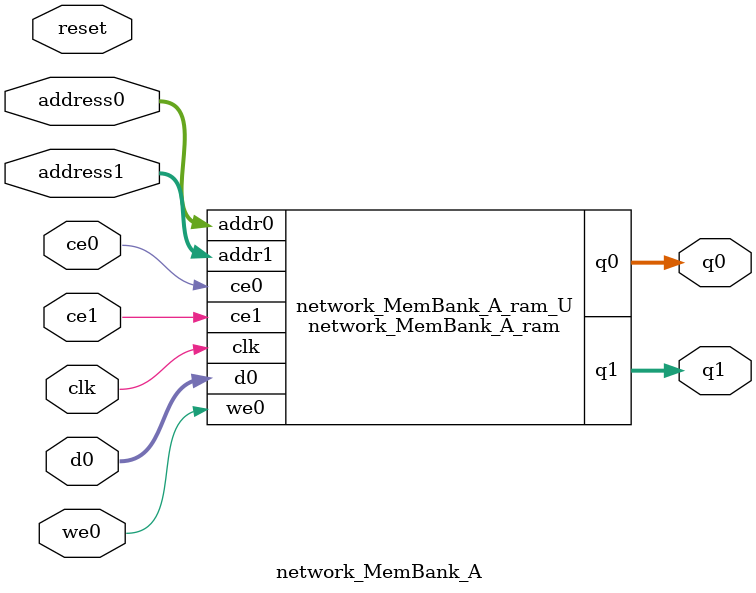
<source format=v>
`timescale 1 ns / 1 ps
module network_MemBank_A_ram (addr0, ce0, d0, we0, q0, addr1, ce1, q1,  clk);

parameter DWIDTH = 16;
parameter AWIDTH = 14;
parameter MEM_SIZE = 14400;

input[AWIDTH-1:0] addr0;
input ce0;
input[DWIDTH-1:0] d0;
input we0;
output reg[DWIDTH-1:0] q0;
input[AWIDTH-1:0] addr1;
input ce1;
output reg[DWIDTH-1:0] q1;
input clk;

(* ram_style = "block" *)reg [DWIDTH-1:0] ram[0:MEM_SIZE-1];




always @(posedge clk)  
begin 
    if (ce0) 
    begin
        if (we0) 
        begin 
            ram[addr0] <= d0; 
        end 
        q0 <= ram[addr0];
    end
end


always @(posedge clk)  
begin 
    if (ce1) 
    begin
        q1 <= ram[addr1];
    end
end


endmodule

`timescale 1 ns / 1 ps
module network_MemBank_A(
    reset,
    clk,
    address0,
    ce0,
    we0,
    d0,
    q0,
    address1,
    ce1,
    q1);

parameter DataWidth = 32'd16;
parameter AddressRange = 32'd14400;
parameter AddressWidth = 32'd14;
input reset;
input clk;
input[AddressWidth - 1:0] address0;
input ce0;
input we0;
input[DataWidth - 1:0] d0;
output[DataWidth - 1:0] q0;
input[AddressWidth - 1:0] address1;
input ce1;
output[DataWidth - 1:0] q1;



network_MemBank_A_ram network_MemBank_A_ram_U(
    .clk( clk ),
    .addr0( address0 ),
    .ce0( ce0 ),
    .we0( we0 ),
    .d0( d0 ),
    .q0( q0 ),
    .addr1( address1 ),
    .ce1( ce1 ),
    .q1( q1 ));

endmodule


</source>
